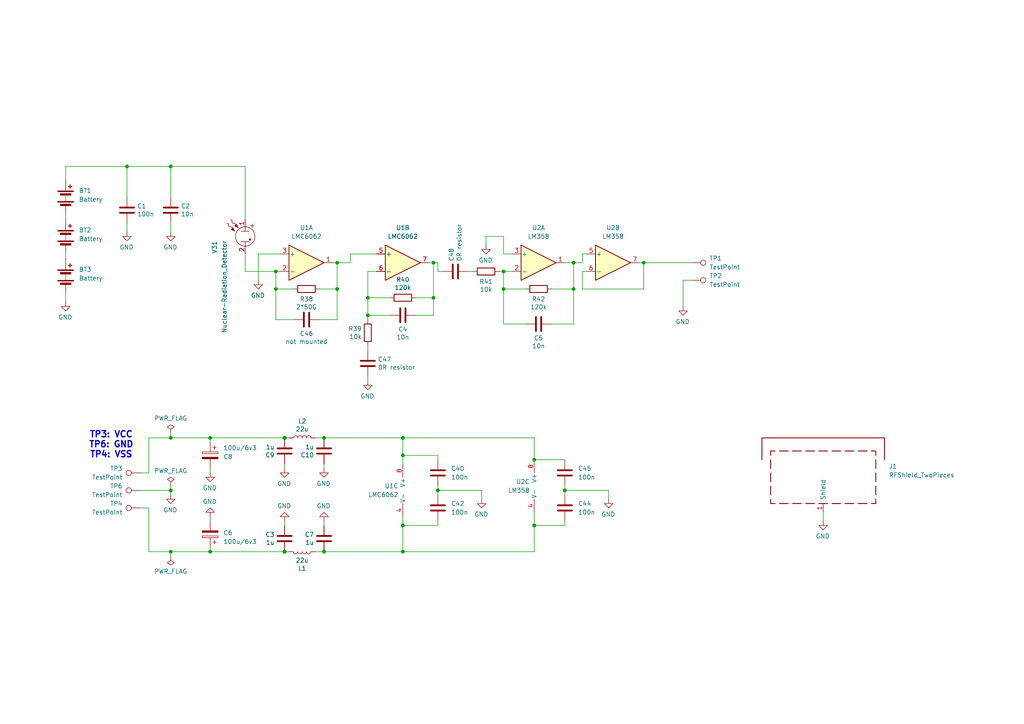
<source format=kicad_sch>
(kicad_sch (version 20231120) (generator "eeschema") (generator_version "8.0")
  (paper "A4")
  (lib_symbols
    (symbol "Amplifier_Operational:LM358" (pin_names (offset 0.127))
      (property "Reference" "U" (at 0 5.08 0))
      (property "Value" "LM358" (at 0 -5.08 0))
      (symbol "LM358_1_1"
        (polyline (pts (xy -5.08 5.08) (xy 5.08 0) (xy -5.08 -5.08) (xy -5.08 5.08)) (stroke (width 0.254)) (fill (type background)))
        (pin output line (at 7.62 0 180) (length 2.54) (name "~") (number "1"))
        (pin input line (at -7.62 -2.54 0) (length 2.54) (name "-") (number "2"))
        (pin input line (at -7.62 2.54 0) (length 2.54) (name "+") (number "3"))
      )
      (symbol "LM358_2_1"
        (polyline (pts (xy -5.08 5.08) (xy 5.08 0) (xy -5.08 -5.08) (xy -5.08 5.08)) (stroke (width 0.254)) (fill (type background)))
        (pin input line (at -7.62 2.54 0) (length 2.54) (name "+") (number "5"))
        (pin input line (at -7.62 -2.54 0) (length 2.54) (name "-") (number "6"))
        (pin output line (at 7.62 0 180) (length 2.54) (name "~") (number "7"))
      )
      (symbol "LM358_3_1"
        (pin power_in line (at -2.54 -7.62 90) (length 3.81) (name "V-") (number "4"))
        (pin power_in line (at -2.54 7.62 270) (length 3.81) (name "V+") (number "8"))
      )
    )
    (symbol "Amplifier_Operational:LMC6062" (pin_names (offset 0.127))
      (property "Reference" "U" (at 0 5.08 0))
      (property "Value" "LMC6062" (at 0 -5.08 0))
      (symbol "LMC6062_1_1"
        (polyline (pts (xy -5.08 5.08) (xy 5.08 0) (xy -5.08 -5.08) (xy -5.08 5.08)) (stroke (width 0.254)) (fill (type background)))
        (pin output line (at 7.62 0 180) (length 2.54) (name "~") (number "1"))
        (pin input line (at -7.62 -2.54 0) (length 2.54) (name "-") (number "2"))
        (pin input line (at -7.62 2.54 0) (length 2.54) (name "+") (number "3"))
      )
      (symbol "LMC6062_2_1"
        (polyline (pts (xy -5.08 5.08) (xy 5.08 0) (xy -5.08 -5.08) (xy -5.08 5.08)) (stroke (width 0.254)) (fill (type background)))
        (pin input line (at -7.62 2.54 0) (length 2.54) (name "+") (number "5"))
        (pin input line (at -7.62 -2.54 0) (length 2.54) (name "-") (number "6"))
        (pin output line (at 7.62 0 180) (length 2.54) (name "~") (number "7"))
      )
      (symbol "LMC6062_3_1"
        (pin power_in line (at -2.54 -7.62 90) (length 3.81) (name "V-") (number "4"))
        (pin power_in line (at -2.54 7.62 270) (length 3.81) (name "V+") (number "8"))
      )
    )
    (symbol "Connector:TestPoint" (pin_numbers hide) (pin_names (offset 0.762) hide)
      (property "Reference" "TP" (at 0 6.858 0))
      (property "Value" "TestPoint" (at 0 5.08 0))
      (symbol "TestPoint_0_1"
        (circle (center 0 3.302) (radius 0.762))
      )
      (symbol "TestPoint_1_1"
        (pin passive line (at 0 0 90) (length 2.54) (name "1") (number "1"))
      )
    )
    (symbol "Device:Battery" (pin_numbers hide) (pin_names (offset 0) hide)
      (property "Reference" "BT" (at 2.54 2.54 0))
      (property "Value" "Battery" (at 2.54 0 0))
      (symbol "Battery_0_1"
        (rectangle (start -2.286 -1.27) (end 2.286 -1.524) (fill (type outline)))
        (rectangle (start -2.286 1.778) (end 2.286 1.524) (fill (type outline)))
        (rectangle (start -1.524 -2.032) (end 1.524 -2.54) (fill (type outline)))
        (rectangle (start -1.524 1.016) (end 1.524 0.508) (fill (type outline)))
        (polyline (pts (xy 0 -1.016) (xy 0 -0.762)))
        (polyline (pts (xy 0 -0.508) (xy 0 -0.254)))
        (polyline (pts (xy 0 0) (xy 0 0.254)))
        (polyline (pts (xy 0 1.778) (xy 0 2.54)))
        (polyline (pts (xy 0.762 3.048) (xy 1.778 3.048)) (stroke (width 0.254)))
        (polyline (pts (xy 1.27 3.556) (xy 1.27 2.54)) (stroke (width 0.254)))
      )
      (symbol "Battery_1_1"
        (pin passive line (at 0 5.08 270) (length 2.54) (name "+") (number "1"))
        (pin passive line (at 0 -5.08 90) (length 2.54) (name "-") (number "2"))
      )
    )
    (symbol "Device:C" (pin_numbers hide) (pin_names (offset 0.254))
      (property "Reference" "C" (at 0.635 2.54 0))
      (property "Value" "C" (at 0.635 -2.54 0))
      (symbol "C_0_1"
        (polyline (pts (xy -2.032 -0.762) (xy 2.032 -0.762)) (stroke (width 0.508)))
        (polyline (pts (xy -2.032 0.762) (xy 2.032 0.762)) (stroke (width 0.508)))
      )
      (symbol "C_1_1"
        (pin passive line (at 0 3.81 270) (length 2.794) (name "~") (number "1"))
        (pin passive line (at 0 -3.81 90) (length 2.794) (name "~") (number "2"))
      )
    )
    (symbol "Device:C_Polarized" (pin_numbers hide) (pin_names (offset 0.254))
      (property "Reference" "C" (at 0.635 2.54 0))
      (property "Value" "C_Polarized" (at 0.635 -2.54 0))
      (symbol "C_Polarized_0_1"
        (rectangle (start -2.286 0.508) (end 2.286 1.016))
        (polyline (pts (xy -1.778 2.286) (xy -0.762 2.286)))
        (polyline (pts (xy -1.27 2.794) (xy -1.27 1.778)))
        (rectangle (start 2.286 -0.508) (end -2.286 -1.016) (fill (type outline)))
      )
      (symbol "C_Polarized_1_1"
        (pin passive line (at 0 3.81 270) (length 2.794) (name "~") (number "1"))
        (pin passive line (at 0 -3.81 90) (length 2.794) (name "~") (number "2"))
      )
    )
    (symbol "Device:L" (pin_numbers hide) (pin_names (offset 1.016) hide)
      (property "Reference" "L" (at -1.27 0 90))
      (property "Value" "L" (at 1.905 0 90))
      (symbol "L_0_1"
        (arc (start 0 -2.54) (mid 0.6323 -1.905) (end 0 -1.27))
        (arc (start 0 -1.27) (mid 0.6323 -0.635) (end 0 0))
        (arc (start 0 0) (mid 0.6323 0.635) (end 0 1.27))
        (arc (start 0 1.27) (mid 0.6323 1.905) (end 0 2.54))
      )
      (symbol "L_1_1"
        (pin passive line (at 0 3.81 270) (length 1.27) (name "1") (number "1"))
        (pin passive line (at 0 -3.81 90) (length 1.27) (name "2") (number "2"))
      )
    )
    (symbol "Device:R" (pin_numbers hide) (pin_names (offset 0))
      (property "Reference" "R" (at 2.032 0 90))
      (property "Value" "R" (at 0 0 90))
      (symbol "R_0_1"
        (rectangle (start -1.016 -2.54) (end 1.016 2.54) (stroke (width 0.254)))
      )
      (symbol "R_1_1"
        (pin passive line (at 0 3.81 270) (length 1.27) (name "~") (number "1"))
        (pin passive line (at 0 -3.81 90) (length 1.27) (name "~") (number "2"))
      )
    )
    (symbol "Device:RFShield_TwoPieces" (pin_names (offset 1.016))
      (property "Reference" "J" (at 0 5.08 0))
      (property "Value" "RFShield_TwoPieces" (at 0 2.54 0))
      (symbol "RFShield_TwoPieces_0_1"
        (polyline (pts (xy -15.24 -5.08) (xy -15.24 -2.54)) (stroke (width 0.254)))
        (polyline (pts (xy -15.24 -1.27) (xy -15.24 1.27)) (stroke (width 0.254)))
        (polyline (pts (xy -15.24 2.54) (xy -15.24 5.08)) (stroke (width 0.254)))
        (polyline (pts (xy -12.7 7.62) (xy -10.16 7.62)) (stroke (width 0.254)))
        (polyline (pts (xy -10.16 -7.62) (xy -12.7 -7.62)) (stroke (width 0.254)))
        (polyline (pts (xy -6.35 -7.62) (xy -8.89 -7.62)) (stroke (width 0.254)))
        (polyline (pts (xy -6.35 7.62) (xy -8.89 7.62)) (stroke (width 0.254)))
        (polyline (pts (xy -2.54 -7.62) (xy -5.08 -7.62)) (stroke (width 0.254)))
        (polyline (pts (xy -2.54 7.62) (xy -5.08 7.62)) (stroke (width 0.254)))
        (polyline (pts (xy -1.27 -7.62) (xy 1.27 -7.62)) (stroke (width 0.254)))
        (polyline (pts (xy 1.27 7.62) (xy -1.27 7.62)) (stroke (width 0.254)))
        (polyline (pts (xy 2.54 -7.62) (xy 5.08 -7.62)) (stroke (width 0.254)))
        (polyline (pts (xy 5.08 7.62) (xy 2.54 7.62)) (stroke (width 0.254)))
        (polyline (pts (xy 6.35 -7.62) (xy 8.89 -7.62)) (stroke (width 0.254)))
        (polyline (pts (xy 8.89 7.62) (xy 6.35 7.62)) (stroke (width 0.254)))
        (polyline (pts (xy 10.16 -7.62) (xy 12.7 -7.62)) (stroke (width 0.254)))
        (polyline (pts (xy 12.7 7.62) (xy 10.16 7.62)) (stroke (width 0.254)))
        (polyline (pts (xy 15.24 -5.08) (xy 15.24 -2.54)) (stroke (width 0.254)))
        (polyline (pts (xy 15.24 -1.27) (xy 15.24 1.27)) (stroke (width 0.254)))
        (polyline (pts (xy 15.24 2.54) (xy 15.24 5.08)) (stroke (width 0.254)))
        (polyline (pts (xy -15.24 6.35) (xy -15.24 7.62) (xy -13.97 7.62)) (stroke (width 0.254)))
        (polyline (pts (xy -13.97 -7.62) (xy -15.24 -7.62) (xy -15.24 -6.35)) (stroke (width 0.254)))
        (polyline (pts (xy 13.97 -7.62) (xy 15.24 -7.62) (xy 15.24 -6.35)) (stroke (width 0.254)))
        (polyline (pts (xy 15.24 6.35) (xy 15.24 7.62) (xy 13.97 7.62)) (stroke (width 0.254)))
        (polyline (pts (xy -17.78 5.08) (xy -17.78 11.43) (xy 17.78 11.43) (xy 17.78 5.08)) (stroke (width 0.254)))
      )
      (symbol "RFShield_TwoPieces_1_1"
        (pin passive line (at 0 -10.16 90) (length 2.54) (name "Shield") (number "1"))
      )
    )
    (symbol "Sensor:Nuclear-Radiation_Detector" (pin_names (offset 0) hide)
      (property "Reference" "V" (at 5.08 1.27 0))
      (property "Value" "Nuclear-Radiation_Detector" (at 5.08 -1.27 0))
      (symbol "Nuclear-Radiation_Detector_0_0"
        (text "+" (at 2.032 3.175 0) (effects (font (size 1.27 1.27))))
      )
      (symbol "Nuclear-Radiation_Detector_0_1"
        (arc (start -2.794 3.302) (mid -2.891 3.713) (end -3.302 3.81))
        (polyline (pts (xy -1.143 -1.524) (xy 1.143 -1.524)))
        (polyline (pts (xy -1.143 1.524) (xy 1.143 1.524)))
        (polyline (pts (xy 0 -1.524) (xy 0 -2.54)))
        (polyline (pts (xy 0 2.54) (xy 0 1.524)))
        (polyline (pts (xy -2.54 3.556) (xy -3.048 3.048) (xy -2.032 2.54) (xy -2.54 3.556)) (fill (type outline)))
        (circle (center 0 0) (radius 2.8194))
        (circle (center 1.397 -0.889) (radius 0.254) (fill (type outline)))
      )
      (symbol "Nuclear-Radiation_Detector_1_1"
        (arc (start -4.826 3.302) (mid -4.923 3.713) (end -5.334 3.81))
        (arc (start -4.826 3.302) (mid -4.729 2.891) (end -4.318 2.794))
        (arc (start -3.81 2.286) (mid -3.907 2.697) (end -4.318 2.794))
        (arc (start -3.81 4.318) (mid -3.907 4.729) (end -4.318 4.826))
        (arc (start -3.81 4.318) (mid -3.713 3.907) (end -3.302 3.81))
        (polyline (pts (xy -3.556 2.54) (xy -4.064 2.032) (xy -3.048 1.524) (xy -3.556 2.54)) (fill (type outline)))
        (pin passive line (at 0 5.08 270) (length 2.54) (name "1") (number "1"))
        (pin passive line (at 0 -5.08 90) (length 2.54) (name "2") (number "2"))
      )
    )
    (symbol "power:GND" (power) (pin_numbers hide) (pin_names (offset 0) hide)
      (property "Value" "GND" (at 0 -3.81 0))
      (symbol "GND_0_1"
        (polyline (pts (xy 0 0) (xy 0 -1.27) (xy 1.27 -1.27) (xy 0 -2.54) (xy -1.27 -1.27) (xy 0 -1.27)))
      )
      (symbol "GND_1_1"
        (pin power_in line (at 0 0 270) (length 0) (name "~") (number "1"))
      )
    )
    (symbol "power:PWR_FLAG" (power) (pin_numbers hide) (pin_names (offset 0) hide)
      (property "Value" "PWR_FLAG" (at 0 3.81 0))
      (symbol "PWR_FLAG_0_0"
        (pin power_out line (at 0 0 90) (length 0) (name "~") (number "1"))
      )
      (symbol "PWR_FLAG_0_1"
        (polyline (pts (xy 0 0) (xy 0 1.27) (xy -1.016 1.905) (xy 0 2.54) (xy 1.016 1.905) (xy 0 1.27)))
      )
    )
  )
  (junction (at 49.53 142.24))
  (junction (at 146.05 83.82))
  (junction (at 125.73 86.36))
  (junction (at 166.37 76.2))
  (junction (at 36.83 48.26))
  (junction (at 49.53 160.02))
  (junction (at 125.73 76.2))
  (junction (at 60.96 127))
  (junction (at 106.68 86.36))
  (junction (at 82.55 160.02) (diameter 1.016))
  (junction (at 80.01 83.82))
  (junction (at 127 142.24))
  (junction (at 116.84 132.08))
  (junction (at 60.96 160.02))
  (junction (at 82.55 127) (diameter 1.016))
  (junction (at 93.98 160.02))
  (junction (at 186.69 76.2))
  (junction (at 116.84 152.4))
  (junction (at 163.83 142.24))
  (junction (at 93.98 127))
  (junction (at 154.94 133.35))
  (junction (at 49.53 48.26))
  (junction (at 97.79 83.82))
  (junction (at 166.37 83.82))
  (junction (at 80.01 78.74))
  (junction (at 116.84 160.02))
  (junction (at 97.79 76.2))
  (junction (at 116.84 127))
  (junction (at 154.94 152.4))
  (junction (at 49.53 127))
  (junction (at 146.05 78.74))
  (junction (at 106.68 91.44))
  (wire (pts (xy 163.83 152.4) (xy 163.83 151.13)))
  (wire (pts (xy 49.53 64.77) (xy 49.53 67.31)))
  (wire (pts (xy 198.12 88.9) (xy 198.12 81.28)))
  (wire (pts (xy 146.05 68.58) (xy 140.97 68.58)))
  (wire (pts (xy 43.18 127) (xy 49.53 127)))
  (wire (pts (xy 166.37 76.2) (xy 163.83 76.2)))
  (wire (pts (xy 127 142.24) (xy 139.7 142.24)))
  (wire (pts (xy 127 132.08) (xy 116.84 132.08)))
  (wire (pts (xy 127 151.13) (xy 127 152.4)))
  (wire (pts (xy 113.03 86.36) (xy 106.68 86.36)))
  (wire (pts (xy 113.03 91.44) (xy 106.68 91.44)))
  (wire (pts (xy 81.28 73.66) (xy 74.93 73.66)))
  (wire (pts (xy 49.53 140.97) (xy 49.53 142.24)))
  (wire (pts (xy 91.44 127) (xy 93.98 127)))
  (wire (pts (xy 106.68 86.36) (xy 106.68 91.44)))
  (wire (pts (xy 93.98 135.89) (xy 93.98 134.62)))
  (wire (pts (xy 148.59 78.74) (xy 146.05 78.74)))
  (wire (pts (xy 127 76.2) (xy 125.73 76.2)))
  (wire (pts (xy 49.53 142.24) (xy 49.53 143.51)))
  (wire (pts (xy 163.83 133.35) (xy 154.94 133.35)))
  (wire (pts (xy 160.02 93.98) (xy 166.37 93.98)))
  (wire (pts (xy 49.53 127) (xy 60.96 127)))
  (wire (pts (xy 116.84 152.4) (xy 116.84 149.86)))
  (wire (pts (xy 146.05 78.74) (xy 144.78 78.74)))
  (wire (pts (xy 81.28 78.74) (xy 80.01 78.74)))
  (wire (pts (xy 43.18 160.02) (xy 49.53 160.02)))
  (wire (pts (xy 19.05 48.26) (xy 36.83 48.26)))
  (wire (pts (xy 106.68 86.36) (xy 106.68 78.74)))
  (wire (pts (xy 60.96 137.16) (xy 60.96 135.89)))
  (wire (pts (xy 186.69 83.82) (xy 186.69 76.2)))
  (wire (pts (xy 85.09 92.71) (xy 80.01 92.71)))
  (wire (pts (xy 168.91 78.74) (xy 168.91 83.82)))
  (wire (pts (xy 152.4 83.82) (xy 146.05 83.82)))
  (wire (pts (xy 93.98 127) (xy 116.84 127)))
  (wire (pts (xy 186.69 76.2) (xy 185.42 76.2)))
  (wire (pts (xy 19.05 62.23) (xy 19.05 63.5)))
  (wire (pts (xy 40.64 147.32) (xy 43.18 147.32)))
  (wire (pts (xy 116.84 132.08) (xy 116.84 134.62)))
  (wire (pts (xy 101.6 73.66) (xy 109.22 73.66)))
  (wire (pts (xy 137.16 78.74) (xy 135.89 78.74)))
  (wire (pts (xy 40.64 142.24) (xy 49.53 142.24)))
  (wire (pts (xy 168.91 73.66) (xy 170.18 73.66)))
  (wire (pts (xy 127 132.08) (xy 127 133.35)))
  (wire (pts (xy 238.76 151.13) (xy 238.76 148.59)))
  (wire (pts (xy 139.7 142.24) (xy 139.7 144.78)))
  (wire (pts (xy 19.05 85.09) (xy 19.05 87.63)))
  (wire (pts (xy 168.91 76.2) (xy 168.91 73.66)))
  (wire (pts (xy 91.44 160.02) (xy 93.98 160.02)))
  (wire (pts (xy 80.01 83.82) (xy 80.01 92.71)))
  (wire (pts (xy 166.37 76.2) (xy 168.91 76.2)))
  (wire (pts (xy 71.12 48.26) (xy 71.12 63.5)))
  (wire (pts (xy 146.05 73.66) (xy 146.05 68.58)))
  (wire (pts (xy 106.68 91.44) (xy 106.68 92.71)))
  (wire (pts (xy 168.91 83.82) (xy 186.69 83.82)))
  (wire (pts (xy 125.73 86.36) (xy 120.65 86.36)))
  (wire (pts (xy 82.55 151.13) (xy 82.55 152.4)))
  (wire (pts (xy 97.79 83.82) (xy 97.79 92.71)))
  (wire (pts (xy 186.69 76.2) (xy 200.66 76.2)))
  (wire (pts (xy 125.73 91.44) (xy 125.73 86.36)))
  (wire (pts (xy 163.83 140.97) (xy 163.83 142.24)))
  (wire (pts (xy 127 152.4) (xy 116.84 152.4)))
  (wire (pts (xy 80.01 78.74) (xy 80.01 83.82)))
  (wire (pts (xy 36.83 64.77) (xy 36.83 67.31)))
  (wire (pts (xy 125.73 76.2) (xy 125.73 86.36)))
  (wire (pts (xy 106.68 101.6) (xy 106.68 100.33)))
  (wire (pts (xy 49.53 160.02) (xy 49.53 161.29)))
  (wire (pts (xy 49.53 57.15) (xy 49.53 48.26)))
  (wire (pts (xy 93.98 151.13) (xy 93.98 152.4)))
  (wire (pts (xy 82.55 135.89) (xy 82.55 134.62)))
  (wire (pts (xy 97.79 92.71) (xy 92.71 92.71)))
  (wire (pts (xy 43.18 137.16) (xy 43.18 127)))
  (wire (pts (xy 163.83 142.24) (xy 176.53 142.24)))
  (wire (pts (xy 154.94 152.4) (xy 154.94 160.02)))
  (wire (pts (xy 127 142.24) (xy 127 143.51)))
  (wire (pts (xy 146.05 93.98) (xy 146.05 83.82)))
  (wire (pts (xy 92.71 83.82) (xy 97.79 83.82)))
  (wire (pts (xy 170.18 78.74) (xy 168.91 78.74)))
  (wire (pts (xy 116.84 127) (xy 154.94 127)))
  (wire (pts (xy 127 78.74) (xy 127 76.2)))
  (wire (pts (xy 60.96 149.86) (xy 60.96 151.13)))
  (wire (pts (xy 166.37 83.82) (xy 166.37 76.2)))
  (wire (pts (xy 97.79 76.2) (xy 97.79 83.82)))
  (wire (pts (xy 60.96 160.02) (xy 82.55 160.02)))
  (wire (pts (xy 101.6 76.2) (xy 101.6 73.66)))
  (wire (pts (xy 116.84 160.02) (xy 154.94 160.02)))
  (wire (pts (xy 127 140.97) (xy 127 142.24)))
  (wire (pts (xy 97.79 76.2) (xy 101.6 76.2)))
  (wire (pts (xy 106.68 110.49) (xy 106.68 109.22)))
  (wire (pts (xy 60.96 127) (xy 82.55 127)))
  (wire (pts (xy 19.05 73.66) (xy 19.05 74.93)))
  (wire (pts (xy 120.65 91.44) (xy 125.73 91.44)))
  (wire (pts (xy 97.79 76.2) (xy 96.52 76.2)))
  (wire (pts (xy 163.83 142.24) (xy 163.83 143.51)))
  (wire (pts (xy 106.68 78.74) (xy 109.22 78.74)))
  (wire (pts (xy 49.53 125.73) (xy 49.53 127)))
  (wire (pts (xy 154.94 148.59) (xy 154.94 152.4)))
  (wire (pts (xy 93.98 160.02) (xy 116.84 160.02)))
  (wire (pts (xy 154.94 152.4) (xy 163.83 152.4)))
  (wire (pts (xy 128.27 78.74) (xy 127 78.74)))
  (wire (pts (xy 19.05 52.07) (xy 19.05 48.26)))
  (wire (pts (xy 116.84 127) (xy 116.84 132.08)))
  (wire (pts (xy 82.55 160.02) (xy 83.82 160.02)))
  (wire (pts (xy 71.12 78.74) (xy 71.12 73.66)))
  (wire (pts (xy 124.46 76.2) (xy 125.73 76.2)))
  (wire (pts (xy 60.96 158.75) (xy 60.96 160.02)))
  (wire (pts (xy 176.53 142.24) (xy 176.53 144.78)))
  (wire (pts (xy 43.18 147.32) (xy 43.18 160.02)))
  (wire (pts (xy 140.97 68.58) (xy 140.97 71.12)))
  (wire (pts (xy 49.53 48.26) (xy 71.12 48.26)))
  (wire (pts (xy 80.01 78.74) (xy 71.12 78.74)))
  (wire (pts (xy 116.84 152.4) (xy 116.84 160.02)))
  (wire (pts (xy 40.64 137.16) (xy 43.18 137.16)))
  (wire (pts (xy 49.53 160.02) (xy 60.96 160.02)))
  (wire (pts (xy 82.55 127) (xy 83.82 127)))
  (wire (pts (xy 166.37 83.82) (xy 160.02 83.82)))
  (wire (pts (xy 36.83 48.26) (xy 49.53 48.26)))
  (wire (pts (xy 154.94 127) (xy 154.94 133.35)))
  (wire (pts (xy 166.37 93.98) (xy 166.37 83.82)))
  (wire (pts (xy 60.96 128.27) (xy 60.96 127)))
  (wire (pts (xy 85.09 83.82) (xy 80.01 83.82)))
  (wire (pts (xy 74.93 81.28) (xy 74.93 73.66)))
  (wire (pts (xy 146.05 78.74) (xy 146.05 83.82)))
  (wire (pts (xy 198.12 81.28) (xy 200.66 81.28)))
  (wire (pts (xy 36.83 57.15) (xy 36.83 48.26)))
  (wire (pts (xy 148.59 73.66) (xy 146.05 73.66)))
  (wire (pts (xy 152.4 93.98) (xy 146.05 93.98)))
  (text "TP3: VCC\nTP6: GND\nTP4: VSS" (at 32.258 129.032 0) (effects (font (size 1.8 1.8) (thickness 0.36) (bold yes))))
  (symbol (lib_id "Device:R") (at 88.9 83.82 270) (unit 1)
    (property "Reference" "R38" (at 88.9 86.741 90))
    (property "Value" "2*50G" (at 88.9 89.0524 90))
    (property "Footprint" "Resistor_SMD:R_0805_2012Metric_Pad1.15x1.40mm_HandSolder" (effects (hide yes)))
  )
  (symbol (lib_id "Device:C") (at 88.9 92.71 270) (unit 1)
    (property "Reference" "C46" (at 88.9 96.774 90))
    (property "Value" "not mounted" (at 88.9 99.0854 90))
    (property "Footprint" "Capacitor_SMD:C_0805_2012Metric" (effects (hide yes)))
  )
  (symbol (lib_id "Device:R") (at 106.68 96.52 0) (mirror y) (unit 1)
    (property "Reference" "R39" (at 104.9274 95.3516 0) (effects (justify left)))
    (property "Value" "10k" (at 104.9274 97.663 0) (effects (justify left)))
    (property "Footprint" "Resistor_SMD:R_0805_2012Metric" (effects (hide yes)))
  )
  (symbol (lib_id "Device:R") (at 116.84 86.36 270) (mirror x) (unit 1)
    (property "Reference" "R40" (at 116.84 81.1022 90))
    (property "Value" "120k" (at 116.84 83.4136 90))
    (property "Footprint" "Resistor_SMD:R_0805_2012Metric" (effects (hide yes)))
  )
  (symbol (lib_id "Device:C") (at 106.68 105.41 0) (mirror y) (unit 1)
    (property "Reference" "C47" (at 109.601 104.2416 0) (effects (justify right)))
    (property "Value" "0R resistor" (at 109.601 106.553 0) (effects (justify right)))
    (property "Footprint" "Capacitor_SMD:C_0805_2012Metric" (effects (hide yes)))
  )
  (symbol (lib_id "power:GND") (at 106.68 110.49 0) (mirror y) (unit 1)
    (property "Reference" "#PWR065" (effects (hide yes)))
    (property "Value" "GND" (at 106.553 114.8842 0))
  )
  (symbol (lib_id "Device:C") (at 127 137.16 0) (unit 1)
    (property "Reference" "C40" (at 130.81 135.8899 0) (effects (justify left)))
    (property "Value" "100n" (at 130.81 138.4299 0) (effects (justify left)))
    (property "Footprint" "Capacitor_SMD:C_0805_2012Metric" (effects (hide yes)))
  )
  (symbol (lib_id "Device:C") (at 163.83 137.16 180) (unit 1)
    (property "Reference" "C45" (at 167.64 135.8899 0) (effects (justify right)))
    (property "Value" "100n" (at 167.64 138.4299 0) (effects (justify right)))
    (property "Footprint" "Capacitor_SMD:C_0805_2012Metric" (effects (hide yes)))
  )
  (symbol (lib_id "power:GND") (at 198.12 88.9 0) (mirror y) (unit 1)
    (property "Reference" "#PWR068" (effects (hide yes)))
    (property "Value" "GND" (at 197.993 93.2942 0))
  )
  (symbol (lib_id "power:PWR_FLAG") (at 49.53 161.29 0) (mirror x) (unit 1)
    (property "Reference" "#FLG033" (effects (hide yes)))
    (property "Value" "PWR_FLAG" (at 49.53 165.7096 0))
  )
  (symbol (lib_id "power:PWR_FLAG") (at 49.53 125.73 0) (mirror y) (unit 1)
    (property "Reference" "#FLG032" (effects (hide yes)))
    (property "Value" "PWR_FLAG" (at 49.53 121.3104 0))
  )
  (symbol (lib_id "power:GND") (at 49.53 143.51 0) (mirror y) (unit 1)
    (property "Reference" "#PWR033" (effects (hide yes)))
    (property "Value" "GND" (at 49.403 147.9042 0))
  )
  (symbol (lib_id "power:GND") (at 238.76 151.13 0) (mirror y) (unit 1)
    (property "Reference" "#PWR066" (effects (hide yes)))
    (property "Value" "GND" (at 238.633 155.5242 0))
  )
  (symbol (lib_id "power:GND") (at 140.97 71.12 0) (mirror y) (unit 1)
    (property "Reference" "#PWR067" (effects (hide yes)))
    (property "Value" "GND" (at 140.843 75.5142 0))
  )
  (symbol (lib_id "Device:R") (at 140.97 78.74 270) (mirror x) (unit 1)
    (property "Reference" "R41" (at 140.97 81.661 90))
    (property "Value" "10k" (at 140.97 83.9724 90))
    (property "Footprint" "Resistor_SMD:R_0805_2012Metric" (effects (hide yes)))
  )
  (symbol (lib_id "Device:R") (at 156.21 83.82 270) (mirror x) (unit 1)
    (property "Reference" "R42" (at 156.21 86.741 90))
    (property "Value" "120k" (at 156.21 89.0524 90))
    (property "Footprint" "Resistor_SMD:R_0805_2012Metric" (effects (hide yes)))
  )
  (symbol (lib_id "Device:C") (at 132.08 78.74 90) (mirror x) (unit 1)
    (property "Reference" "C48" (at 130.9116 75.819 0) (effects (justify right)))
    (property "Value" "0R resistor" (at 133.223 75.819 0) (effects (justify right)))
    (property "Footprint" "Capacitor_SMD:C_0805_2012Metric" (effects (hide yes)))
  )
  (symbol (lib_id "Device:C") (at 127 147.32 180) (unit 1)
    (property "Reference" "C42" (at 130.81 146.0499 0) (effects (justify right)))
    (property "Value" "100n" (at 130.81 148.5899 0) (effects (justify right)))
    (property "Footprint" "Capacitor_SMD:C_0805_2012Metric" (effects (hide yes)))
  )
  (symbol (lib_id "power:GND") (at 139.7 144.78 0) (mirror y) (unit 1)
    (property "Reference" "#PWR045" (effects (hide yes)))
    (property "Value" "GND" (at 139.573 149.1742 0))
  )
  (symbol (lib_id "power:GND") (at 74.93 81.28 0) (mirror y) (unit 1)
    (property "Reference" "#PWR064" (effects (hide yes)))
    (property "Value" "GND" (at 74.803 85.6742 0))
  )
  (symbol (lib_id "Sensor:Nuclear-Radiation_Detector") (at 71.12 68.58 0) (unit 1)
    (property "Reference" "V31" (at 62.23 69.85 90) (effects (justify right)))
    (property "Value" "Nuclear-Radiation_Detector" (at 65.0748 69.723 90) (effects (justify right)))
    (property "Footprint" "Amplifier:IonizationChamberSensor" (effects (hide yes)))
    (property "Description" "Generic radiation detector" (effects (hide yes)))
  )
  (symbol (lib_id "Device:C") (at 163.83 147.32 180) (unit 1)
    (property "Reference" "C44" (at 167.64 146.0499 0) (effects (justify right)))
    (property "Value" "100n" (at 167.64 148.5899 0) (effects (justify right)))
    (property "Footprint" "Capacitor_SMD:C_0805_2012Metric" (effects (hide yes)))
  )
  (symbol (lib_id "power:GND") (at 176.53 144.78 0) (mirror y) (unit 1)
    (property "Reference" "#PWR046" (effects (hide yes)))
    (property "Value" "GND" (at 176.403 149.1742 0))
  )
  (symbol (lib_id "Device:C") (at 156.21 93.98 90) (mirror x) (unit 1)
    (property "Reference" "C5" (at 156.21 98.044 90))
    (property "Value" "10n" (at 156.21 100.3554 90))
    (property "Footprint" "Capacitor_SMD:C_0805_2012Metric" (effects (hide yes)))
  )
  (symbol (lib_id "Device:C") (at 116.84 91.44 90) (mirror x) (unit 1)
    (property "Reference" "C4" (at 116.84 95.504 90))
    (property "Value" "10n" (at 116.84 97.8154 90))
    (property "Footprint" "Capacitor_SMD:C_0805_2012Metric" (effects (hide yes)))
  )
  (symbol (lib_id "Device:C") (at 36.83 60.96 0) (mirror y) (unit 1)
    (property "Reference" "C1" (at 39.751 59.7916 0) (effects (justify right)))
    (property "Value" "100n" (at 39.751 62.103 0) (effects (justify right)))
    (property "Footprint" "Capacitor_SMD:C_0805_2012Metric" (effects (hide yes)))
  )
  (symbol (lib_id "power:GND") (at 60.96 149.86 180) (unit 1)
    (property "Reference" "#PWR03" (effects (hide yes)))
    (property "Value" "GND" (at 60.833 145.4658 0))
  )
  (symbol (lib_id "Device:Battery") (at 19.05 68.58 0) (unit 1)
    (property "Reference" "BT2" (at 22.86 66.7384 0) (effects (justify left)))
    (property "Value" "Battery" (at 22.86 69.2784 0) (effects (justify left)))
    (property "Footprint" "Amplifier:AAAAPCBHolder" (effects (hide yes)))
    (property "Description" "Multiple-cell battery" (effects (hide yes)))
  )
  (symbol (lib_id "Device:C_Polarized") (at 60.96 132.08 0) (mirror y) (unit 1)
    (property "Reference" "C8" (at 64.77 132.4611 0) (effects (justify right)))
    (property "Value" "100u/6v3" (at 64.77 129.9211 0) (effects (justify right)))
    (property "Footprint" "Capacitor_Tantalum_SMD:CP_EIA-3528-21_Kemet-B" (effects (hide yes)))
    (property "Description" "Polarized capacitor" (effects (hide yes)))
  )
  (symbol (lib_id "Device:RFShield_TwoPieces") (at 238.76 138.43 0) (unit 1)
    (property "Reference" "J1" (at 257.81 135.2549 0) (effects (justify left)))
    (property "Value" "RFShield_TwoPieces" (at 257.81 137.7949 0) (effects (justify left)))
    (property "Footprint" "Amplifier:IonizationChamberShield" (effects (hide yes)))
    (property "Description" "Two-piece EMI RF shielding cabinet" (effects (hide yes)))
  )
  (symbol (lib_id "power:GND") (at 93.98 151.13 180) (unit 1)
    (property "Reference" "#PWR04" (effects (hide yes)))
    (property "Value" "GND" (at 93.853 146.7358 0))
  )
  (symbol (lib_id "Device:Battery") (at 19.05 57.15 0) (unit 1)
    (property "Reference" "BT1" (at 22.86 55.3084 0) (effects (justify left)))
    (property "Value" "Battery" (at 22.86 57.8484 0) (effects (justify left)))
    (property "Footprint" "Amplifier:AAAAPCBHolder" (effects (hide yes)))
    (property "Description" "Multiple-cell battery" (effects (hide yes)))
  )
  (symbol (lib_id "Device:C_Polarized") (at 60.96 154.94 180) (unit 1)
    (property "Reference" "C6" (at 64.77 154.5589 0) (effects (justify right)))
    (property "Value" "100u/6v3" (at 64.77 157.0989 0) (effects (justify right)))
    (property "Footprint" "Capacitor_Tantalum_SMD:CP_EIA-3528-21_Kemet-B" (effects (hide yes)))
    (property "Description" "Polarized capacitor" (effects (hide yes)))
  )
  (symbol (lib_id "Device:C") (at 82.55 130.81 0) (unit 1)
    (property "Reference" "C9" (at 79.6544 131.9784 0) (effects (justify right)))
    (property "Value" "1u" (at 79.6544 129.667 0) (effects (justify right)))
    (property "Footprint" "Capacitor_SMD:C_0805_2012Metric" (effects (hide yes)))
  )
  (symbol (lib_id "Device:L") (at 87.63 127 270) (mirror x) (unit 1)
    (property "Reference" "L2" (at 87.63 122.174 90))
    (property "Value" "22u" (at 87.63 124.4854 90))
    (property "Footprint" "Inductor_SMD:L_7.3x7.3_H3.5" (effects (hide yes)))
  )
  (symbol (lib_id "Device:C") (at 93.98 130.81 0) (unit 1)
    (property "Reference" "C10" (at 91.0844 131.9784 0) (effects (justify right)))
    (property "Value" "1u" (at 91.0844 129.667 0) (effects (justify right)))
    (property "Footprint" "Capacitor_SMD:C_0805_2012Metric" (effects (hide yes)))
  )
  (symbol (lib_id "power:GND") (at 19.05 87.63 0) (mirror y) (unit 1)
    (property "Reference" "#PWR01" (effects (hide yes)))
    (property "Value" "GND" (at 18.923 92.0242 0))
  )
  (symbol (lib_id "Connector:TestPoint") (at 200.66 81.28 270) (unit 1)
    (property "Reference" "TP2" (at 205.74 80.0099 90) (effects (justify left)))
    (property "Value" "TestPoint" (at 205.74 82.5499 90) (effects (justify left)))
    (property "Footprint" "TestPoint:TestPoint_Loop_D2.60mm_Drill0.9mm_Beaded" (effects (hide yes)))
  )
  (symbol (lib_id "Amplifier_Operational:LM358") (at 177.8 76.2 0) (unit 2)
    (property "Reference" "U2" (at 177.8 66.04 0))
    (property "Value" "LM358" (at 177.8 68.58 0))
    (property "Footprint" "Package_SO:SO-8_3.9x4.9mm_P1.27mm" (effects (hide yes)))
    (property "Datasheet" "http://www.ti.com/lit/ds/symlink/lm2904-n.pdf" (effects (hide yes)))
    (property "Description" "Low-Power, Dual Operational Amplifiers, DIP-8/SOIC-8/TO-99-8" (effects (hide yes)))
  )
  (symbol (lib_id "Device:C") (at 82.55 156.21 0) (mirror x) (unit 1)
    (property "Reference" "C3" (at 79.6544 155.0416 0) (effects (justify right)))
    (property "Value" "1u" (at 79.6544 157.353 0) (effects (justify right)))
    (property "Footprint" "Capacitor_SMD:C_0805_2012Metric" (effects (hide yes)))
  )
  (symbol (lib_id "Amplifier_Operational:LMC6062") (at 116.84 76.2 0) (unit 2)
    (property "Reference" "U1" (at 116.84 66.04 0))
    (property "Value" "LMC6062" (at 116.84 68.58 0))
    (property "Footprint" "Package_DIP:DIP-8_W7.62mm" (effects (hide yes)))
    (property "Datasheet" "http://www.ti.com/lit/ds/symlink/lmc6062.pdf" (effects (hide yes)))
    (property "Description" "Precision CMOS Dual Micropower Operational Amplifier, DIP-8/SOIC-8" (effects (hide yes)))
  )
  (symbol (lib_id "power:GND") (at 60.96 137.16 0) (mirror y) (unit 1)
    (property "Reference" "#PWR05" (effects (hide yes)))
    (property "Value" "GND" (at 60.833 141.5542 0))
  )
  (symbol (lib_id "power:GND") (at 93.98 135.89 0) (mirror y) (unit 1)
    (property "Reference" "#PWR07" (effects (hide yes)))
    (property "Value" "GND" (at 93.853 140.2842 0))
  )
  (symbol (lib_id "Amplifier_Operational:LM358") (at 156.21 76.2 0) (unit 1)
    (property "Reference" "U2" (at 156.21 66.04 0))
    (property "Value" "LM358" (at 156.21 68.58 0))
    (property "Footprint" "Package_SO:SO-8_3.9x4.9mm_P1.27mm" (effects (hide yes)))
    (property "Datasheet" "http://www.ti.com/lit/ds/symlink/lm2904-n.pdf" (effects (hide yes)))
    (property "Description" "Low-Power, Dual Operational Amplifiers, DIP-8/SOIC-8/TO-99-8" (effects (hide yes)))
  )
  (symbol (lib_id "Amplifier_Operational:LM358") (at 157.48 140.97 0) (unit 3)
    (property "Reference" "U2" (at 153.67 139.6999 0) (effects (justify right)))
    (property "Value" "LM358" (at 153.67 142.2399 0) (effects (justify right)))
    (property "Footprint" "Package_SO:SO-8_3.9x4.9mm_P1.27mm" (effects (hide yes)))
    (property "Datasheet" "http://www.ti.com/lit/ds/symlink/lm2904-n.pdf" (effects (hide yes)))
    (property "Description" "Low-Power, Dual Operational Amplifiers, DIP-8/SOIC-8/TO-99-8" (effects (hide yes)))
  )
  (symbol (lib_id "power:GND") (at 36.83 67.31 0) (mirror y) (unit 1)
    (property "Reference" "#PWR08" (effects (hide yes)))
    (property "Value" "GND" (at 36.703 71.7042 0))
  )
  (symbol (lib_id "power:GND") (at 82.55 151.13 180) (unit 1)
    (property "Reference" "#PWR02" (effects (hide yes)))
    (property "Value" "GND" (at 82.423 146.7358 0))
  )
  (symbol (lib_id "Device:Battery") (at 19.05 80.01 0) (unit 1)
    (property "Reference" "BT3" (at 22.86 78.1684 0) (effects (justify left)))
    (property "Value" "Battery" (at 22.86 80.7084 0) (effects (justify left)))
    (property "Footprint" "Amplifier:AAAAPCBHolder" (effects (hide yes)))
    (property "Description" "Multiple-cell battery" (effects (hide yes)))
  )
  (symbol (lib_id "Amplifier_Operational:LMC6062") (at 119.38 142.24 0) (unit 3)
    (property "Reference" "U1" (at 115.57 140.9699 0) (effects (justify right)))
    (property "Value" "LMC6062" (at 115.57 143.5099 0) (effects (justify right)))
    (property "Footprint" "Package_DIP:DIP-8_W7.62mm" (effects (hide yes)))
    (property "Datasheet" "http://www.ti.com/lit/ds/symlink/lmc6062.pdf" (effects (hide yes)))
    (property "Description" "Precision CMOS Dual Micropower Operational Amplifier, DIP-8/SOIC-8" (effects (hide yes)))
  )
  (symbol (lib_id "Device:C") (at 49.53 60.96 0) (mirror y) (unit 1)
    (property "Reference" "C2" (at 52.451 59.7916 0) (effects (justify right)))
    (property "Value" "10n" (at 52.451 62.103 0) (effects (justify right)))
    (property "Footprint" "Capacitor_SMD:C_0805_2012Metric" (effects (hide yes)))
  )
  (symbol (lib_id "Amplifier_Operational:LMC6062") (at 88.9 76.2 0) (unit 1)
    (property "Reference" "U1" (at 88.9 66.04 0))
    (property "Value" "LMC6062" (at 88.9 68.58 0))
    (property "Footprint" "Package_DIP:DIP-8_W7.62mm" (effects (hide yes)))
    (property "Datasheet" "http://www.ti.com/lit/ds/symlink/lmc6062.pdf" (effects (hide yes)))
    (property "Description" "Precision CMOS Dual Micropower Operational Amplifier, DIP-8/SOIC-8" (effects (hide yes)))
  )
  (symbol (lib_id "Device:C") (at 93.98 156.21 0) (mirror x) (unit 1)
    (property "Reference" "C7" (at 91.0844 155.0416 0) (effects (justify right)))
    (property "Value" "1u" (at 91.0844 157.353 0) (effects (justify right)))
    (property "Footprint" "Capacitor_SMD:C_0805_2012Metric" (effects (hide yes)))
  )
  (symbol (lib_id "power:GND") (at 49.53 67.31 0) (mirror y) (unit 1)
    (property "Reference" "#PWR09" (effects (hide yes)))
    (property "Value" "GND" (at 49.403 71.7042 0))
  )
  (symbol (lib_id "Connector:TestPoint") (at 40.64 137.16 90) (mirror x) (unit 1)
    (property "Reference" "TP3" (at 35.56 135.8899 90) (effects (justify left)))
    (property "Value" "TestPoint" (at 35.56 138.4299 90) (effects (justify left)))
    (property "Footprint" "TestPoint:TestPoint_Loop_D2.60mm_Drill0.9mm_Beaded" (effects (hide yes)))
  )
  (symbol (lib_id "Connector:TestPoint") (at 200.66 76.2 270) (unit 1)
    (property "Reference" "TP1" (at 205.74 74.9299 90) (effects (justify left)))
    (property "Value" "TestPoint" (at 205.74 77.4699 90) (effects (justify left)))
    (property "Footprint" "TestPoint:TestPoint_Loop_D2.60mm_Drill0.9mm_Beaded" (effects (hide yes)))
  )
  (symbol (lib_id "Connector:TestPoint") (at 40.64 142.24 90) (mirror x) (unit 1)
    (property "Reference" "TP6" (at 35.56 140.9699 90) (effects (justify left)))
    (property "Value" "TestPoint" (at 35.56 143.5099 90) (effects (justify left)))
    (property "Footprint" "TestPoint:TestPoint_Loop_D2.60mm_Drill0.9mm_Beaded" (effects (hide yes)))
  )
  (symbol (lib_id "Connector:TestPoint") (at 40.64 147.32 90) (mirror x) (unit 1)
    (property "Reference" "TP4" (at 35.56 146.0499 90) (effects (justify left)))
    (property "Value" "TestPoint" (at 35.56 148.5899 90) (effects (justify left)))
    (property "Footprint" "TestPoint:TestPoint_Loop_D2.60mm_Drill0.9mm_Beaded" (effects (hide yes)))
  )
  (symbol (lib_id "Device:L") (at 87.63 160.02 270) (unit 1)
    (property "Reference" "L1" (at 87.63 164.846 90))
    (property "Value" "22u" (at 87.63 162.5346 90))
    (property "Footprint" "Inductor_SMD:L_7.3x7.3_H3.5" (effects (hide yes)))
  )
  (symbol (lib_id "power:PWR_FLAG") (at 49.53 140.97 0) (mirror y) (unit 1)
    (property "Reference" "#FLG01" (effects (hide yes)))
    (property "Value" "PWR_FLAG" (at 49.53 136.5504 0))
  )
  (symbol (lib_id "power:GND") (at 82.55 135.89 0) (mirror y) (unit 1)
    (property "Reference" "#PWR06" (effects (hide yes)))
    (property "Value" "GND" (at 82.423 140.2842 0))
  )
)
</source>
